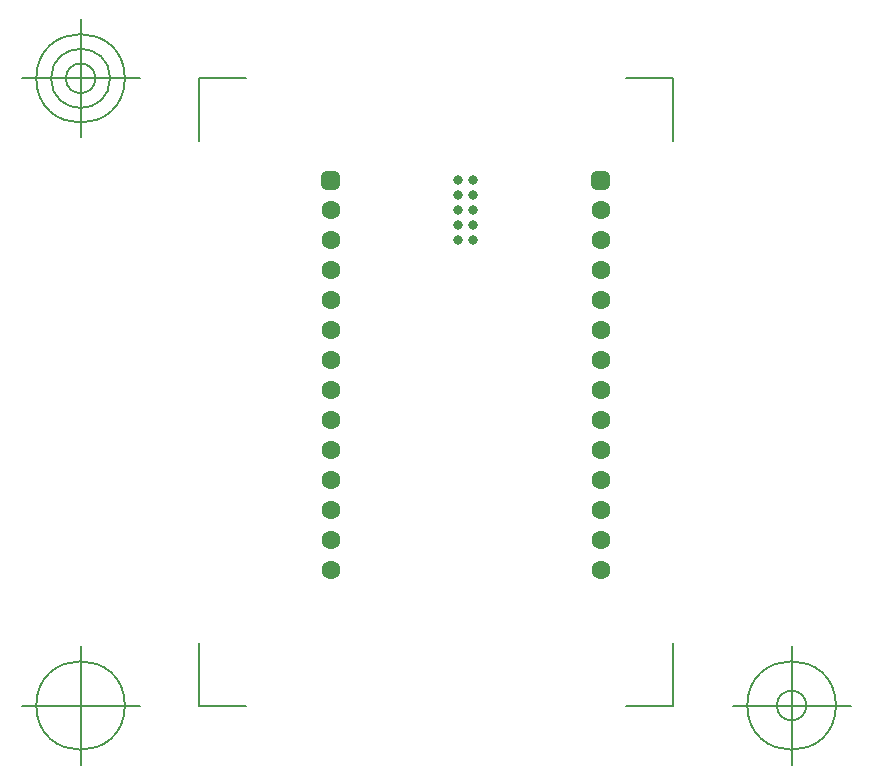
<source format=gbr>
G04 Generated by Ultiboard 11.0 *
%FSLAX25Y25*%
%MOIN*%

%ADD10C,0.00500*%
%ADD11R,0.02382X0.02382*%
%ADD12C,0.03917*%
%ADD13C,0.06299*%
%ADD14C,0.03150*%


G04 ColorRGB 9900CC for the following layer *
%LNSolder Mask Bottom*%
%LPD*%
%FSLAX25Y25*%
%MOIN*%
G54D10*
X-43976Y-175049D02*
X-43976Y-154144D01*
X-43976Y-175049D02*
X-28150Y-175049D01*
X114291Y-175049D02*
X98465Y-175049D01*
X114291Y-175049D02*
X114291Y-154144D01*
X114291Y34006D02*
X114291Y13100D01*
X114291Y34006D02*
X98465Y34006D01*
X-43976Y34006D02*
X-28150Y34006D01*
X-43976Y34006D02*
X-43976Y13100D01*
X-63661Y-175049D02*
X-103031Y-175049D01*
X-83346Y-194734D02*
X-83346Y-155364D01*
X-98110Y-175049D02*
G75*
D01*
G02X-98110Y-175049I14764J0*
G01*
X133976Y-175049D02*
X173346Y-175049D01*
X153661Y-194734D02*
X153661Y-155364D01*
X138898Y-175049D02*
G75*
D01*
G02X138898Y-175049I14764J0*
G01*
X148740Y-175049D02*
G75*
D01*
G02X148740Y-175049I4921J0*
G01*
X-63661Y34006D02*
X-103031Y34006D01*
X-83346Y14321D02*
X-83346Y53691D01*
X-98110Y34006D02*
G75*
D01*
G02X-98110Y34006I14764J0*
G01*
X-93189Y34006D02*
G75*
D01*
G02X-93189Y34006I9843J0*
G01*
X-88268Y34006D02*
G75*
D01*
G02X-88268Y34006I4921J0*
G01*
G54D11*
X0Y0D03*
X90000Y0D03*
G54D12*
X-1191Y-1191D02*
X1191Y-1191D01*
X1191Y1191D01*
X-1191Y1191D01*
X-1191Y-1191D01*D02*
X88809Y-1191D02*
X91191Y-1191D01*
X91191Y1191D01*
X88809Y1191D01*
X88809Y-1191D01*D02*
G54D13*
X0Y-130000D03*
X0Y-60000D03*
X0Y-110000D03*
X0Y-120000D03*
X0Y-100000D03*
X0Y-80000D03*
X0Y-90000D03*
X0Y-70000D03*
X0Y-30000D03*
X0Y-50000D03*
X0Y-40000D03*
X0Y-20000D03*
X0Y-10000D03*
X90000Y-130000D03*
X90000Y-60000D03*
X90000Y-110000D03*
X90000Y-120000D03*
X90000Y-100000D03*
X90000Y-80000D03*
X90000Y-90000D03*
X90000Y-70000D03*
X90000Y-30000D03*
X90000Y-50000D03*
X90000Y-40000D03*
X90000Y-20000D03*
X90000Y-10000D03*
G54D14*
X47500Y0D03*
X42500Y0D03*
X47500Y-15000D03*
X47500Y-20000D03*
X47500Y-5000D03*
X47500Y-10000D03*
X42500Y-15000D03*
X42500Y-20000D03*
X42500Y-5000D03*
X42500Y-10000D03*

M00*

</source>
